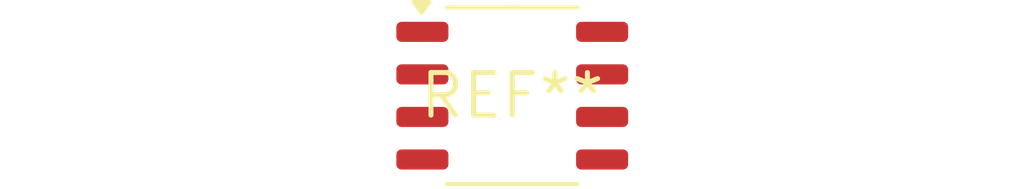
<source format=kicad_pcb>
(kicad_pcb (version 20240108) (generator pcbnew)
  (layers (0 "F.Cu" signal) (31 "B.Cu" signal) (34 "B.Paste" user) (35 "F.Paste" user) (36 "B.SilkS" user "B.Silkscreen") (37 "F.SilkS" user "F.Silkscreen") (38 "B.Mask" user) (39 "F.Mask" user) (44 "Edge.Cuts" user))
  (net 0 "")
  (footprint "SSOP-8_3.9x5.05mm_P1.27mm" (layer "F.Cu") (at 0 0)
    (property "Reference" "REF**")
    (property "Value" "SSOP-8_3.9x5.05mm_P1.27mm")
    (fp_line (start 0 -2.635) (end -1.95 -2.635) (layer "F.SilkS") (stroke (width 0.12)))
    (fp_line (start 0 -2.635) (end 1.95 -2.635) (layer "F.SilkS") (stroke (width 0.12)))
    (fp_line (start 0 2.635) (end -1.95 2.635) (layer "F.SilkS") (stroke (width 0.12)))
    (fp_line (start 0 2.635) (end 1.95 2.635) (layer "F.SilkS") (stroke (width 0.12)))
    (fp_poly (pts (xy -2.7 -2.465) (xy -2.94 -2.795) (xy -2.46 -2.795) (xy -2.7 -2.465)) (layer "F.SilkS") (stroke (width 0.12)) (fill solid))
    (pad "1" smd roundrect (at -2.675 -1.905) (size 1.55 0.6) (layers "F.Cu" "F.Paste" "F.Mask"))
    (pad "2" smd roundrect (at -2.675 -0.635) (size 1.55 0.6) (layers "F.Cu" "F.Paste" "F.Mask"))
    (pad "3" smd roundrect (at -2.675 0.635) (size 1.55 0.6) (layers "F.Cu" "F.Paste" "F.Mask"))
    (pad "4" smd roundrect (at -2.675 1.905) (size 1.55 0.6) (layers "F.Cu" "F.Paste" "F.Mask"))
    (pad "5" smd roundrect (at 2.675 1.905) (size 1.55 0.6) (layers "F.Cu" "F.Paste" "F.Mask"))
    (pad "6" smd roundrect (at 2.675 0.635) (size 1.55 0.6) (layers "F.Cu" "F.Paste" "F.Mask"))
    (pad "7" smd roundrect (at 2.675 -0.635) (size 1.55 0.6) (layers "F.Cu" "F.Paste" "F.Mask"))
    (pad "8" smd roundrect (at 2.675 -1.905) (size 1.55 0.6) (layers "F.Cu" "F.Paste" "F.Mask"))
  )
)
</source>
